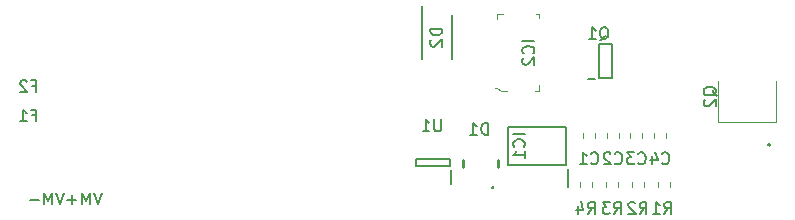
<source format=gbr>
G04 #@! TF.GenerationSoftware,KiCad,Pcbnew,5.1.0-unknown-9e240db~82~ubuntu18.04.1*
G04 #@! TF.CreationDate,2019-04-09T01:03:21+02:00*
G04 #@! TF.ProjectId,VoltMax PWM,566f6c74-4d61-4782-9050-574d2e6b6963,rev?*
G04 #@! TF.SameCoordinates,Original*
G04 #@! TF.FileFunction,Legend,Bot*
G04 #@! TF.FilePolarity,Positive*
%FSLAX46Y46*%
G04 Gerber Fmt 4.6, Leading zero omitted, Abs format (unit mm)*
G04 Created by KiCad (PCBNEW 5.1.0-unknown-9e240db~82~ubuntu18.04.1) date 2019-04-09 01:03:21*
%MOMM*%
%LPD*%
G04 APERTURE LIST*
%ADD10C,0.200000*%
%ADD11C,0.100000*%
%ADD12C,0.120000*%
%ADD13C,0.254000*%
%ADD14C,0.150000*%
G04 APERTURE END LIST*
D10*
X121168095Y-98928571D02*
X121501428Y-98928571D01*
X121501428Y-99452380D02*
X121501428Y-98452380D01*
X121025238Y-98452380D01*
X120691904Y-98547619D02*
X120644285Y-98500000D01*
X120549047Y-98452380D01*
X120310952Y-98452380D01*
X120215714Y-98500000D01*
X120168095Y-98547619D01*
X120120476Y-98642857D01*
X120120476Y-98738095D01*
X120168095Y-98880952D01*
X120739523Y-99452380D01*
X120120476Y-99452380D01*
X121168095Y-101408571D02*
X121501428Y-101408571D01*
X121501428Y-101932380D02*
X121501428Y-100932380D01*
X121025238Y-100932380D01*
X120120476Y-101932380D02*
X120691904Y-101932380D01*
X120406190Y-101932380D02*
X120406190Y-100932380D01*
X120501428Y-101075238D01*
X120596666Y-101170476D01*
X120691904Y-101218095D01*
X183650000Y-103900000D02*
G75*
G02X183450000Y-103900000I-100000J0D01*
G01*
X183450000Y-103900000D02*
G75*
G02X183650000Y-103900000I100000J0D01*
G01*
X183450000Y-103900000D02*
X183450000Y-103900000D01*
X183650000Y-103900000D02*
X183650000Y-103900000D01*
D11*
X179200000Y-101950000D02*
X179200000Y-98500000D01*
X184100000Y-101950000D02*
X179200000Y-101950000D01*
X184100000Y-98500000D02*
X184100000Y-101950000D01*
D12*
X167790000Y-103320000D02*
X167790000Y-102880000D01*
X168810000Y-103320000D02*
X168810000Y-102880000D01*
X169790000Y-103320000D02*
X169790000Y-102880000D01*
X170810000Y-103320000D02*
X170810000Y-102880000D01*
X171790000Y-103320000D02*
X171790000Y-102880000D01*
X172810000Y-103320000D02*
X172810000Y-102880000D01*
X173790000Y-103320000D02*
X173790000Y-102880000D01*
X174810000Y-103320000D02*
X174810000Y-102880000D01*
D13*
X160140000Y-107523000D02*
G75*
G03X160140000Y-107523000I-52000J0D01*
G01*
X157650000Y-105200000D02*
X157650000Y-105800000D01*
X160550000Y-105200000D02*
X160550000Y-105800000D01*
D10*
X156650000Y-92950000D02*
X156650000Y-96650000D01*
X154150000Y-92165000D02*
X154150000Y-96650000D01*
X166480000Y-107475000D02*
X166480000Y-105950000D01*
X161450000Y-105600000D02*
X166350000Y-105600000D01*
X161450000Y-102400000D02*
X161450000Y-105600000D01*
X166350000Y-102400000D02*
X161450000Y-102400000D01*
X166350000Y-105600000D02*
X166350000Y-102400000D01*
D11*
X164075000Y-92825000D02*
X163775000Y-92825000D01*
X164075000Y-93200000D02*
X164075000Y-92825000D01*
X164075000Y-99375000D02*
X163675000Y-99375000D01*
X164075000Y-98875000D02*
X164075000Y-99375000D01*
X160525000Y-92825000D02*
X160525000Y-93275000D01*
X161000000Y-92825000D02*
X160525000Y-92825000D01*
X160525000Y-99075000D02*
X160330000Y-99075000D01*
X160850000Y-99375000D02*
X160525000Y-99075000D01*
X161325000Y-99375000D02*
X160850000Y-99375000D01*
D10*
X168225000Y-98310000D02*
X168800000Y-98310000D01*
X169150000Y-95350000D02*
X169150000Y-98250000D01*
X170250000Y-95350000D02*
X169150000Y-95350000D01*
X170250000Y-98250000D02*
X170250000Y-95350000D01*
X169150000Y-98250000D02*
X170250000Y-98250000D01*
D12*
X174090000Y-107472000D02*
X174090000Y-107032000D01*
X175110000Y-107472000D02*
X175110000Y-107032000D01*
X172926000Y-107032000D02*
X172926000Y-107472000D01*
X171906000Y-107032000D02*
X171906000Y-107472000D01*
X170710000Y-107032000D02*
X170710000Y-107472000D01*
X169690000Y-107032000D02*
X169690000Y-107472000D01*
X168510000Y-107032000D02*
X168510000Y-107472000D01*
X167490000Y-107032000D02*
X167490000Y-107472000D01*
D10*
X156600000Y-107250000D02*
X156600000Y-106050000D01*
X153650000Y-105700000D02*
X156550000Y-105700000D01*
X153650000Y-105100000D02*
X153650000Y-105700000D01*
X156550000Y-105100000D02*
X153650000Y-105100000D01*
X156550000Y-105700000D02*
X156550000Y-105100000D01*
D14*
X179097619Y-99754761D02*
X179050000Y-99659523D01*
X178954761Y-99564285D01*
X178811904Y-99421428D01*
X178764285Y-99326190D01*
X178764285Y-99230952D01*
X179002380Y-99278571D02*
X178954761Y-99183333D01*
X178859523Y-99088095D01*
X178669047Y-99040476D01*
X178335714Y-99040476D01*
X178145238Y-99088095D01*
X178050000Y-99183333D01*
X178002380Y-99278571D01*
X178002380Y-99469047D01*
X178050000Y-99564285D01*
X178145238Y-99659523D01*
X178335714Y-99707142D01*
X178669047Y-99707142D01*
X178859523Y-99659523D01*
X178954761Y-99564285D01*
X179002380Y-99469047D01*
X179002380Y-99278571D01*
X178097619Y-100088095D02*
X178050000Y-100135714D01*
X178002380Y-100230952D01*
X178002380Y-100469047D01*
X178050000Y-100564285D01*
X178097619Y-100611904D01*
X178192857Y-100659523D01*
X178288095Y-100659523D01*
X178430952Y-100611904D01*
X179002380Y-100040476D01*
X179002380Y-100659523D01*
X168466666Y-105457142D02*
X168514285Y-105504761D01*
X168657142Y-105552380D01*
X168752380Y-105552380D01*
X168895238Y-105504761D01*
X168990476Y-105409523D01*
X169038095Y-105314285D01*
X169085714Y-105123809D01*
X169085714Y-104980952D01*
X169038095Y-104790476D01*
X168990476Y-104695238D01*
X168895238Y-104600000D01*
X168752380Y-104552380D01*
X168657142Y-104552380D01*
X168514285Y-104600000D01*
X168466666Y-104647619D01*
X167514285Y-105552380D02*
X168085714Y-105552380D01*
X167800000Y-105552380D02*
X167800000Y-104552380D01*
X167895238Y-104695238D01*
X167990476Y-104790476D01*
X168085714Y-104838095D01*
X170466666Y-105457142D02*
X170514285Y-105504761D01*
X170657142Y-105552380D01*
X170752380Y-105552380D01*
X170895238Y-105504761D01*
X170990476Y-105409523D01*
X171038095Y-105314285D01*
X171085714Y-105123809D01*
X171085714Y-104980952D01*
X171038095Y-104790476D01*
X170990476Y-104695238D01*
X170895238Y-104600000D01*
X170752380Y-104552380D01*
X170657142Y-104552380D01*
X170514285Y-104600000D01*
X170466666Y-104647619D01*
X170085714Y-104647619D02*
X170038095Y-104600000D01*
X169942857Y-104552380D01*
X169704761Y-104552380D01*
X169609523Y-104600000D01*
X169561904Y-104647619D01*
X169514285Y-104742857D01*
X169514285Y-104838095D01*
X169561904Y-104980952D01*
X170133333Y-105552380D01*
X169514285Y-105552380D01*
X172466666Y-105457142D02*
X172514285Y-105504761D01*
X172657142Y-105552380D01*
X172752380Y-105552380D01*
X172895238Y-105504761D01*
X172990476Y-105409523D01*
X173038095Y-105314285D01*
X173085714Y-105123809D01*
X173085714Y-104980952D01*
X173038095Y-104790476D01*
X172990476Y-104695238D01*
X172895238Y-104600000D01*
X172752380Y-104552380D01*
X172657142Y-104552380D01*
X172514285Y-104600000D01*
X172466666Y-104647619D01*
X172133333Y-104552380D02*
X171514285Y-104552380D01*
X171847619Y-104933333D01*
X171704761Y-104933333D01*
X171609523Y-104980952D01*
X171561904Y-105028571D01*
X171514285Y-105123809D01*
X171514285Y-105361904D01*
X171561904Y-105457142D01*
X171609523Y-105504761D01*
X171704761Y-105552380D01*
X171990476Y-105552380D01*
X172085714Y-105504761D01*
X172133333Y-105457142D01*
X174466666Y-105457142D02*
X174514285Y-105504761D01*
X174657142Y-105552380D01*
X174752380Y-105552380D01*
X174895238Y-105504761D01*
X174990476Y-105409523D01*
X175038095Y-105314285D01*
X175085714Y-105123809D01*
X175085714Y-104980952D01*
X175038095Y-104790476D01*
X174990476Y-104695238D01*
X174895238Y-104600000D01*
X174752380Y-104552380D01*
X174657142Y-104552380D01*
X174514285Y-104600000D01*
X174466666Y-104647619D01*
X173609523Y-104885714D02*
X173609523Y-105552380D01*
X173847619Y-104504761D02*
X174085714Y-105219047D01*
X173466666Y-105219047D01*
X159738095Y-103052380D02*
X159738095Y-102052380D01*
X159500000Y-102052380D01*
X159357142Y-102100000D01*
X159261904Y-102195238D01*
X159214285Y-102290476D01*
X159166666Y-102480952D01*
X159166666Y-102623809D01*
X159214285Y-102814285D01*
X159261904Y-102909523D01*
X159357142Y-103004761D01*
X159500000Y-103052380D01*
X159738095Y-103052380D01*
X158214285Y-103052380D02*
X158785714Y-103052380D01*
X158500000Y-103052380D02*
X158500000Y-102052380D01*
X158595238Y-102195238D01*
X158690476Y-102290476D01*
X158785714Y-102338095D01*
X155852380Y-94061904D02*
X154852380Y-94061904D01*
X154852380Y-94300000D01*
X154900000Y-94442857D01*
X154995238Y-94538095D01*
X155090476Y-94585714D01*
X155280952Y-94633333D01*
X155423809Y-94633333D01*
X155614285Y-94585714D01*
X155709523Y-94538095D01*
X155804761Y-94442857D01*
X155852380Y-94300000D01*
X155852380Y-94061904D01*
X154947619Y-95014285D02*
X154900000Y-95061904D01*
X154852380Y-95157142D01*
X154852380Y-95395238D01*
X154900000Y-95490476D01*
X154947619Y-95538095D01*
X155042857Y-95585714D01*
X155138095Y-95585714D01*
X155280952Y-95538095D01*
X155852380Y-94966666D01*
X155852380Y-95585714D01*
X162852380Y-103023809D02*
X161852380Y-103023809D01*
X162757142Y-104071428D02*
X162804761Y-104023809D01*
X162852380Y-103880952D01*
X162852380Y-103785714D01*
X162804761Y-103642857D01*
X162709523Y-103547619D01*
X162614285Y-103500000D01*
X162423809Y-103452380D01*
X162280952Y-103452380D01*
X162090476Y-103500000D01*
X161995238Y-103547619D01*
X161900000Y-103642857D01*
X161852380Y-103785714D01*
X161852380Y-103880952D01*
X161900000Y-104023809D01*
X161947619Y-104071428D01*
X162852380Y-105023809D02*
X162852380Y-104452380D01*
X162852380Y-104738095D02*
X161852380Y-104738095D01*
X161995238Y-104642857D01*
X162090476Y-104547619D01*
X162138095Y-104452380D01*
X163652380Y-95123809D02*
X162652380Y-95123809D01*
X163557142Y-96171428D02*
X163604761Y-96123809D01*
X163652380Y-95980952D01*
X163652380Y-95885714D01*
X163604761Y-95742857D01*
X163509523Y-95647619D01*
X163414285Y-95600000D01*
X163223809Y-95552380D01*
X163080952Y-95552380D01*
X162890476Y-95600000D01*
X162795238Y-95647619D01*
X162700000Y-95742857D01*
X162652380Y-95885714D01*
X162652380Y-95980952D01*
X162700000Y-96123809D01*
X162747619Y-96171428D01*
X162747619Y-96552380D02*
X162700000Y-96600000D01*
X162652380Y-96695238D01*
X162652380Y-96933333D01*
X162700000Y-97028571D01*
X162747619Y-97076190D01*
X162842857Y-97123809D01*
X162938095Y-97123809D01*
X163080952Y-97076190D01*
X163652380Y-96504761D01*
X163652380Y-97123809D01*
X169195238Y-95047619D02*
X169290476Y-95000000D01*
X169385714Y-94904761D01*
X169528571Y-94761904D01*
X169623809Y-94714285D01*
X169719047Y-94714285D01*
X169671428Y-94952380D02*
X169766666Y-94904761D01*
X169861904Y-94809523D01*
X169909523Y-94619047D01*
X169909523Y-94285714D01*
X169861904Y-94095238D01*
X169766666Y-94000000D01*
X169671428Y-93952380D01*
X169480952Y-93952380D01*
X169385714Y-94000000D01*
X169290476Y-94095238D01*
X169242857Y-94285714D01*
X169242857Y-94619047D01*
X169290476Y-94809523D01*
X169385714Y-94904761D01*
X169480952Y-94952380D01*
X169671428Y-94952380D01*
X168290476Y-94952380D02*
X168861904Y-94952380D01*
X168576190Y-94952380D02*
X168576190Y-93952380D01*
X168671428Y-94095238D01*
X168766666Y-94190476D01*
X168861904Y-94238095D01*
X174666666Y-109752380D02*
X175000000Y-109276190D01*
X175238095Y-109752380D02*
X175238095Y-108752380D01*
X174857142Y-108752380D01*
X174761904Y-108800000D01*
X174714285Y-108847619D01*
X174666666Y-108942857D01*
X174666666Y-109085714D01*
X174714285Y-109180952D01*
X174761904Y-109228571D01*
X174857142Y-109276190D01*
X175238095Y-109276190D01*
X173714285Y-109752380D02*
X174285714Y-109752380D01*
X174000000Y-109752380D02*
X174000000Y-108752380D01*
X174095238Y-108895238D01*
X174190476Y-108990476D01*
X174285714Y-109038095D01*
X172566666Y-109752380D02*
X172900000Y-109276190D01*
X173138095Y-109752380D02*
X173138095Y-108752380D01*
X172757142Y-108752380D01*
X172661904Y-108800000D01*
X172614285Y-108847619D01*
X172566666Y-108942857D01*
X172566666Y-109085714D01*
X172614285Y-109180952D01*
X172661904Y-109228571D01*
X172757142Y-109276190D01*
X173138095Y-109276190D01*
X172185714Y-108847619D02*
X172138095Y-108800000D01*
X172042857Y-108752380D01*
X171804761Y-108752380D01*
X171709523Y-108800000D01*
X171661904Y-108847619D01*
X171614285Y-108942857D01*
X171614285Y-109038095D01*
X171661904Y-109180952D01*
X172233333Y-109752380D01*
X171614285Y-109752380D01*
X170384666Y-109752380D02*
X170718000Y-109276190D01*
X170956095Y-109752380D02*
X170956095Y-108752380D01*
X170575142Y-108752380D01*
X170479904Y-108800000D01*
X170432285Y-108847619D01*
X170384666Y-108942857D01*
X170384666Y-109085714D01*
X170432285Y-109180952D01*
X170479904Y-109228571D01*
X170575142Y-109276190D01*
X170956095Y-109276190D01*
X170051333Y-108752380D02*
X169432285Y-108752380D01*
X169765619Y-109133333D01*
X169622761Y-109133333D01*
X169527523Y-109180952D01*
X169479904Y-109228571D01*
X169432285Y-109323809D01*
X169432285Y-109561904D01*
X169479904Y-109657142D01*
X169527523Y-109704761D01*
X169622761Y-109752380D01*
X169908476Y-109752380D01*
X170003714Y-109704761D01*
X170051333Y-109657142D01*
X168184666Y-109752380D02*
X168518000Y-109276190D01*
X168756095Y-109752380D02*
X168756095Y-108752380D01*
X168375142Y-108752380D01*
X168279904Y-108800000D01*
X168232285Y-108847619D01*
X168184666Y-108942857D01*
X168184666Y-109085714D01*
X168232285Y-109180952D01*
X168279904Y-109228571D01*
X168375142Y-109276190D01*
X168756095Y-109276190D01*
X167327523Y-109085714D02*
X167327523Y-109752380D01*
X167565619Y-108704761D02*
X167803714Y-109419047D01*
X167184666Y-109419047D01*
X155761904Y-101752380D02*
X155761904Y-102561904D01*
X155714285Y-102657142D01*
X155666666Y-102704761D01*
X155571428Y-102752380D01*
X155380952Y-102752380D01*
X155285714Y-102704761D01*
X155238095Y-102657142D01*
X155190476Y-102561904D01*
X155190476Y-101752380D01*
X154190476Y-102752380D02*
X154761904Y-102752380D01*
X154476190Y-102752380D02*
X154476190Y-101752380D01*
X154571428Y-101895238D01*
X154666666Y-101990476D01*
X154761904Y-102038095D01*
X123823809Y-107952380D02*
X123490476Y-108952380D01*
X123157142Y-107952380D01*
X122823809Y-108952380D02*
X122823809Y-107952380D01*
X122490476Y-108666666D01*
X122157142Y-107952380D01*
X122157142Y-108952380D01*
X121680952Y-108571428D02*
X120919047Y-108571428D01*
X127023809Y-107952380D02*
X126690476Y-108952380D01*
X126357142Y-107952380D01*
X126023809Y-108952380D02*
X126023809Y-107952380D01*
X125690476Y-108666666D01*
X125357142Y-107952380D01*
X125357142Y-108952380D01*
X124880952Y-108571428D02*
X124119047Y-108571428D01*
X124500000Y-108952380D02*
X124500000Y-108190476D01*
M02*

</source>
